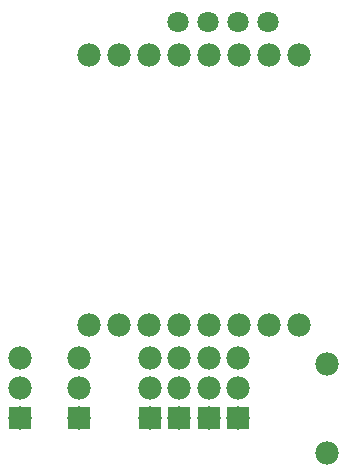
<source format=gtl>
G04 MADE WITH FRITZING*
G04 WWW.FRITZING.ORG*
G04 DOUBLE SIDED*
G04 HOLES PLATED*
G04 CONTOUR ON CENTER OF CONTOUR VECTOR*
%ASAXBY*%
%FSLAX23Y23*%
%MOIN*%
%OFA0B0*%
%SFA1.0B1.0*%
%ADD10C,0.071000*%
%ADD11C,0.070972*%
%ADD12C,0.077778*%
%ADD13C,0.078000*%
%ADD14R,0.078000X0.078000*%
%LNCOPPER1*%
G90*
G70*
G54D10*
X884Y1499D03*
X784Y1499D03*
G54D11*
X684Y1499D03*
X584Y1499D03*
G54D12*
X286Y488D03*
X386Y488D03*
X486Y488D03*
X586Y488D03*
X686Y488D03*
X786Y488D03*
X886Y488D03*
X986Y488D03*
X986Y1388D03*
X886Y1388D03*
X786Y1388D03*
X686Y1388D03*
X586Y1388D03*
X486Y1388D03*
X386Y1388D03*
X286Y1388D03*
G54D13*
X687Y180D03*
X687Y280D03*
X687Y380D03*
X490Y180D03*
X490Y280D03*
X490Y380D03*
X785Y180D03*
X785Y280D03*
X785Y380D03*
X588Y180D03*
X588Y280D03*
X588Y380D03*
X254Y180D03*
X254Y280D03*
X254Y380D03*
X57Y180D03*
X57Y280D03*
X57Y380D03*
X1081Y357D03*
X1081Y357D03*
X1081Y62D03*
X1081Y62D03*
G54D14*
X687Y180D03*
X490Y180D03*
X785Y180D03*
X588Y180D03*
X254Y180D03*
X57Y180D03*
G04 End of Copper1*
M02*
</source>
